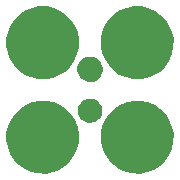
<source format=gts>
%TF.GenerationSoftware,KiCad,Pcbnew,4.0.5-e0-6337~49~ubuntu16.04.1*%
%TF.CreationDate,2017-01-18T00:44:48-08:00*%
%TF.ProjectId,2x2-Generic-3.5mm-Pitch,3278322D47656E657269632D332E356D,1.0*%
%TF.FileFunction,Soldermask,Top*%
%FSLAX46Y46*%
G04 Gerber Fmt 4.6, Leading zero omitted, Abs format (unit mm)*
G04 Created by KiCad (PCBNEW 4.0.5-e0-6337~49~ubuntu16.04.1) date Wed Jan 18 00:44:48 2017*
%MOMM*%
%LPD*%
G01*
G04 APERTURE LIST*
%ADD10C,0.350000*%
G04 APERTURE END LIST*
D10*
G36*
X138118110Y-97509847D02*
X138709055Y-97631151D01*
X139265198Y-97864932D01*
X139765334Y-98202278D01*
X140190421Y-98630343D01*
X140524266Y-99132821D01*
X140754156Y-99690576D01*
X140871264Y-100282014D01*
X140871264Y-100282024D01*
X140871331Y-100282363D01*
X140861710Y-100971416D01*
X140861633Y-100971754D01*
X140861633Y-100971762D01*
X140728057Y-101559701D01*
X140482685Y-102110816D01*
X140134937Y-102603778D01*
X139698062Y-103019809D01*
X139188700Y-103343061D01*
X138626254Y-103561219D01*
X138032147Y-103665976D01*
X137429003Y-103653342D01*
X136839800Y-103523797D01*
X136286982Y-103282277D01*
X135791607Y-102937982D01*
X135372537Y-102504023D01*
X135045738Y-101996930D01*
X134823656Y-101436014D01*
X134714755Y-100842658D01*
X134723177Y-100239441D01*
X134848606Y-99649347D01*
X135086259Y-99094858D01*
X135427091Y-98597088D01*
X135858112Y-98175000D01*
X136362913Y-97844668D01*
X136922259Y-97618677D01*
X137514845Y-97505636D01*
X138118110Y-97509847D01*
X138118110Y-97509847D01*
G37*
G36*
X146118110Y-97509847D02*
X146709055Y-97631151D01*
X147265198Y-97864932D01*
X147765334Y-98202278D01*
X148190421Y-98630343D01*
X148524266Y-99132821D01*
X148754156Y-99690576D01*
X148871264Y-100282014D01*
X148871264Y-100282024D01*
X148871331Y-100282363D01*
X148861710Y-100971416D01*
X148861633Y-100971754D01*
X148861633Y-100971762D01*
X148728057Y-101559701D01*
X148482685Y-102110816D01*
X148134937Y-102603778D01*
X147698062Y-103019809D01*
X147188700Y-103343061D01*
X146626254Y-103561219D01*
X146032147Y-103665976D01*
X145429003Y-103653342D01*
X144839800Y-103523797D01*
X144286982Y-103282277D01*
X143791607Y-102937982D01*
X143372537Y-102504023D01*
X143045738Y-101996930D01*
X142823656Y-101436014D01*
X142714755Y-100842658D01*
X142723177Y-100239441D01*
X142848606Y-99649347D01*
X143086259Y-99094858D01*
X143427091Y-98597088D01*
X143858112Y-98175000D01*
X144362913Y-97844668D01*
X144922259Y-97618677D01*
X145514845Y-97505636D01*
X146118110Y-97509847D01*
X146118110Y-97509847D01*
G37*
G36*
X141902790Y-97308481D02*
X142099921Y-97348947D01*
X142285451Y-97426937D01*
X142452292Y-97539473D01*
X142594098Y-97682272D01*
X142705466Y-97849895D01*
X142782156Y-98035958D01*
X142821176Y-98233027D01*
X142821176Y-98233032D01*
X142821244Y-98233376D01*
X142818034Y-98463239D01*
X142817957Y-98463577D01*
X142817957Y-98463586D01*
X142773449Y-98659490D01*
X142691596Y-98843335D01*
X142575588Y-99007786D01*
X142429850Y-99146571D01*
X142259931Y-99254405D01*
X142072299Y-99327182D01*
X141874112Y-99362128D01*
X141672905Y-99357913D01*
X141476351Y-99314699D01*
X141291933Y-99234128D01*
X141126682Y-99119275D01*
X140986882Y-98974509D01*
X140877864Y-98805345D01*
X140803777Y-98618224D01*
X140767449Y-98420288D01*
X140770258Y-98219058D01*
X140812102Y-98022205D01*
X140891380Y-97837232D01*
X141005080Y-97671178D01*
X141148865Y-97530373D01*
X141317265Y-97420176D01*
X141503860Y-97344786D01*
X141701540Y-97307077D01*
X141902790Y-97308481D01*
X141902790Y-97308481D01*
G37*
G36*
X141908042Y-93758515D02*
X142114777Y-93800952D01*
X142309347Y-93882741D01*
X142484318Y-94000761D01*
X142633033Y-94150518D01*
X142749827Y-94326308D01*
X142830253Y-94521436D01*
X142871178Y-94728124D01*
X142871178Y-94728129D01*
X142871246Y-94728473D01*
X142867880Y-94969536D01*
X142867803Y-94969874D01*
X142867803Y-94969883D01*
X142821122Y-95175349D01*
X142735281Y-95368152D01*
X142613621Y-95540615D01*
X142460782Y-95686162D01*
X142282584Y-95799250D01*
X142085810Y-95875573D01*
X141877967Y-95912222D01*
X141666957Y-95907802D01*
X141460825Y-95862481D01*
X141267422Y-95777985D01*
X141094119Y-95657536D01*
X140947508Y-95505717D01*
X140833178Y-95328310D01*
X140755481Y-95132072D01*
X140717384Y-94924492D01*
X140720330Y-94713458D01*
X140764211Y-94507013D01*
X140847353Y-94313028D01*
X140966593Y-94138883D01*
X141117384Y-93991217D01*
X141293988Y-93875651D01*
X141489675Y-93796588D01*
X141696987Y-93757042D01*
X141908042Y-93758515D01*
X141908042Y-93758515D01*
G37*
G36*
X138118110Y-89509847D02*
X138709055Y-89631151D01*
X139265198Y-89864932D01*
X139765334Y-90202278D01*
X140190421Y-90630343D01*
X140524266Y-91132821D01*
X140754156Y-91690576D01*
X140871264Y-92282014D01*
X140871264Y-92282024D01*
X140871331Y-92282363D01*
X140861710Y-92971416D01*
X140861633Y-92971754D01*
X140861633Y-92971762D01*
X140728057Y-93559701D01*
X140482685Y-94110816D01*
X140134937Y-94603778D01*
X139698062Y-95019809D01*
X139188700Y-95343061D01*
X138626254Y-95561219D01*
X138032147Y-95665976D01*
X137429003Y-95653342D01*
X136839800Y-95523797D01*
X136286982Y-95282277D01*
X135791607Y-94937982D01*
X135372537Y-94504023D01*
X135045738Y-93996930D01*
X134823656Y-93436014D01*
X134714755Y-92842658D01*
X134723177Y-92239441D01*
X134848606Y-91649347D01*
X135086259Y-91094858D01*
X135427091Y-90597088D01*
X135858112Y-90175000D01*
X136362913Y-89844668D01*
X136922259Y-89618677D01*
X137514845Y-89505636D01*
X138118110Y-89509847D01*
X138118110Y-89509847D01*
G37*
G36*
X146118110Y-89509847D02*
X146709055Y-89631151D01*
X147265198Y-89864932D01*
X147765334Y-90202278D01*
X148190421Y-90630343D01*
X148524266Y-91132821D01*
X148754156Y-91690576D01*
X148871264Y-92282014D01*
X148871264Y-92282024D01*
X148871331Y-92282363D01*
X148861710Y-92971416D01*
X148861633Y-92971754D01*
X148861633Y-92971762D01*
X148728057Y-93559701D01*
X148482685Y-94110816D01*
X148134937Y-94603778D01*
X147698062Y-95019809D01*
X147188700Y-95343061D01*
X146626254Y-95561219D01*
X146032147Y-95665976D01*
X145429003Y-95653342D01*
X144839800Y-95523797D01*
X144286982Y-95282277D01*
X143791607Y-94937982D01*
X143372537Y-94504023D01*
X143045738Y-93996930D01*
X142823656Y-93436014D01*
X142714755Y-92842658D01*
X142723177Y-92239441D01*
X142848606Y-91649347D01*
X143086259Y-91094858D01*
X143427091Y-90597088D01*
X143858112Y-90175000D01*
X144362913Y-89844668D01*
X144922259Y-89618677D01*
X145514845Y-89505636D01*
X146118110Y-89509847D01*
X146118110Y-89509847D01*
G37*
M02*

</source>
